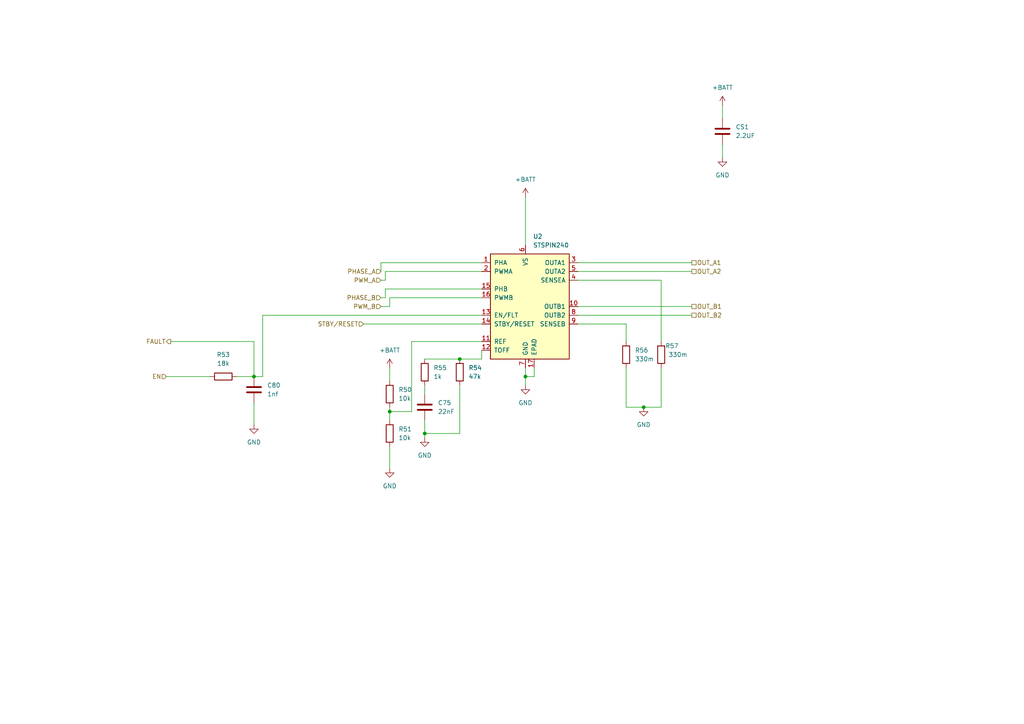
<source format=kicad_sch>
(kicad_sch (version 20230121) (generator eeschema)
  (paper "A4")
  (lib_symbols
    (symbol "Device:C" (pin_numbers hide) (pin_names (offset 0.254))
      (property "Reference" "C" (at 0.635 2.54 0))
      (property "Value" "C" (at 0.635 -2.54 0))
      (symbol "C_0_1"
        (polyline (pts (xy -2.032 -0.762) (xy 2.032 -0.762)) (stroke (width 0.508)))
        (polyline (pts (xy -2.032 0.762) (xy 2.032 0.762)) (stroke (width 0.508)))
      )
      (symbol "C_1_1"
        (pin passive line (at 0 3.81 270) (length 2.794) (name "~") (number "1"))
        (pin passive line (at 0 -3.81 90) (length 2.794) (name "~") (number "2"))
      )
    )
    (symbol "Device:R" (pin_numbers hide) (pin_names (offset 0))
      (property "Reference" "R" (at 2.032 0 90))
      (property "Value" "R" (at 0 0 90))
      (symbol "R_0_1"
        (rectangle (start -1.016 -2.54) (end 1.016 2.54) (stroke (width 0.254)))
      )
      (symbol "R_1_1"
        (pin passive line (at 0 3.81 270) (length 1.27) (name "~") (number "1"))
        (pin passive line (at 0 -3.81 90) (length 1.27) (name "~") (number "2"))
      )
    )
    (symbol "Driver_Motor:STSPIN240" (pin_names (offset 1.016))
      (property "Reference" "U" (at -10.16 16.51 0))
      (property "Value" "STSPIN240" (at 5.08 16.51 0))
      (symbol "STSPIN240_0_1"
        (rectangle (start -10.16 15.24) (end 12.7 -15.24) (stroke (width 0.254)) (fill (type background)))
      )
      (symbol "STSPIN240_1_1"
        (pin input line (at -12.7 12.7 0) (length 2.54) (name "PHA") (number "1"))
        (pin power_out line (at 15.24 0 180) (length 2.54) (name "OUTB1") (number "10"))
        (pin input line (at -12.7 -10.16 0) (length 2.54) (name "REF") (number "11"))
        (pin input line (at -12.7 -12.7 0) (length 2.54) (name "TOFF") (number "12"))
        (pin bidirectional line (at -12.7 -2.54 0) (length 2.54) (name "EN/FLT") (number "13"))
        (pin input line (at -12.7 -5.08 0) (length 2.54) (name "STBY/RESET") (number "14"))
        (pin input line (at -12.7 5.08 0) (length 2.54) (name "PHB") (number "15"))
        (pin input line (at -12.7 2.54 0) (length 2.54) (name "PWMB") (number "16"))
        (pin power_in line (at 2.54 -17.78 90) (length 2.54) (name "EPAD") (number "17"))
        (pin input line (at -12.7 10.16 0) (length 2.54) (name "PWMA") (number "2"))
        (pin power_out line (at 15.24 12.7 180) (length 2.54) (name "OUTA1") (number "3"))
        (pin power_out line (at 15.24 7.62 180) (length 2.54) (name "SENSEA") (number "4"))
        (pin power_out line (at 15.24 10.16 180) (length 2.54) (name "OUTA2") (number "5"))
        (pin power_in line (at 0 17.78 270) (length 2.54) (name "VS") (number "6"))
        (pin power_in line (at 0 -17.78 90) (length 2.54) (name "GND") (number "7"))
        (pin power_out line (at 15.24 -2.54 180) (length 2.54) (name "OUTB2") (number "8"))
        (pin power_out line (at 15.24 -5.08 180) (length 2.54) (name "SENSEB") (number "9"))
      )
    )
    (symbol "power:+BATT" (power) (pin_names (offset 0))
      (property "Value" "+BATT" (at 0 3.556 0))
      (symbol "+BATT_0_1"
        (polyline (pts (xy -0.762 1.27) (xy 0 2.54)))
        (polyline (pts (xy 0 0) (xy 0 2.54)))
        (polyline (pts (xy 0 2.54) (xy 0.762 1.27)))
      )
      (symbol "+BATT_1_1"
        (pin power_in line (at 0 0 90) (length 0) hide (name "+BATT") (number "1"))
      )
    )
    (symbol "power:GND" (power) (pin_names (offset 0))
      (property "Value" "GND" (at 0 -3.81 0))
      (symbol "GND_0_1"
        (polyline (pts (xy 0 0) (xy 0 -1.27) (xy 1.27 -1.27) (xy 0 -2.54) (xy -1.27 -1.27) (xy 0 -1.27)))
      )
      (symbol "GND_1_1"
        (pin power_in line (at 0 0 270) (length 0) hide (name "GND") (number "1"))
      )
    )
  )
  (junction (at 133.35 104.14))
  (junction (at 123.19 125.73))
  (junction (at 73.66 109.22))
  (junction (at 113.03 119.38))
  (junction (at 186.69 118.11))
  (junction (at 152.4 109.22))
  (wire (pts (xy 105.41 93.98) (xy 139.7 93.98)))
  (wire (pts (xy 152.4 109.22) (xy 152.4 111.76)))
  (wire (pts (xy 167.64 78.74) (xy 200.66 78.74)))
  (wire (pts (xy 167.64 76.2) (xy 200.66 76.2)))
  (wire (pts (xy 181.61 118.11) (xy 186.69 118.11)))
  (wire (pts (xy 154.94 109.22) (xy 152.4 109.22)))
  (wire (pts (xy 49.53 99.06) (xy 73.66 99.06)))
  (wire (pts (xy 123.19 104.14) (xy 133.35 104.14)))
  (wire (pts (xy 152.4 106.68) (xy 152.4 109.22)))
  (wire (pts (xy 119.38 119.38) (xy 113.03 119.38)))
  (wire (pts (xy 181.61 93.98) (xy 181.61 99.06)))
  (wire (pts (xy 152.4 57.15) (xy 152.4 71.12)))
  (wire (pts (xy 73.66 99.06) (xy 73.66 109.22)))
  (wire (pts (xy 191.77 81.28) (xy 191.77 99.06)))
  (wire (pts (xy 191.77 118.11) (xy 186.69 118.11)))
  (wire (pts (xy 209.55 30.48) (xy 209.55 34.29)))
  (wire (pts (xy 76.2 109.22) (xy 73.66 109.22)))
  (wire (pts (xy 110.49 81.28) (xy 111.76 81.28)))
  (wire (pts (xy 113.03 119.38) (xy 113.03 121.92)))
  (wire (pts (xy 123.19 121.92) (xy 123.19 125.73)))
  (wire (pts (xy 48.26 109.22) (xy 60.96 109.22)))
  (wire (pts (xy 133.35 125.73) (xy 133.35 111.76)))
  (wire (pts (xy 76.2 91.44) (xy 76.2 109.22)))
  (wire (pts (xy 139.7 99.06) (xy 119.38 99.06)))
  (wire (pts (xy 119.38 99.06) (xy 119.38 119.38)))
  (wire (pts (xy 139.7 76.2) (xy 110.49 76.2)))
  (wire (pts (xy 139.7 104.14) (xy 133.35 104.14)))
  (wire (pts (xy 139.7 78.74) (xy 111.76 78.74)))
  (wire (pts (xy 139.7 83.82) (xy 111.76 83.82)))
  (wire (pts (xy 123.19 111.76) (xy 123.19 114.3)))
  (wire (pts (xy 167.64 91.44) (xy 200.66 91.44)))
  (wire (pts (xy 139.7 91.44) (xy 76.2 91.44)))
  (wire (pts (xy 113.03 106.68) (xy 113.03 110.49)))
  (wire (pts (xy 154.94 106.68) (xy 154.94 109.22)))
  (wire (pts (xy 113.03 118.11) (xy 113.03 119.38)))
  (wire (pts (xy 123.19 125.73) (xy 123.19 127)))
  (wire (pts (xy 110.49 76.2) (xy 110.49 78.74)))
  (wire (pts (xy 123.19 125.73) (xy 133.35 125.73)))
  (wire (pts (xy 113.03 86.36) (xy 113.03 88.9)))
  (wire (pts (xy 167.64 81.28) (xy 191.77 81.28)))
  (wire (pts (xy 139.7 101.6) (xy 139.7 104.14)))
  (wire (pts (xy 73.66 116.84) (xy 73.66 123.19)))
  (wire (pts (xy 113.03 88.9) (xy 110.49 88.9)))
  (wire (pts (xy 167.64 88.9) (xy 200.66 88.9)))
  (wire (pts (xy 181.61 106.68) (xy 181.61 118.11)))
  (wire (pts (xy 111.76 78.74) (xy 111.76 81.28)))
  (wire (pts (xy 139.7 86.36) (xy 113.03 86.36)))
  (wire (pts (xy 113.03 129.54) (xy 113.03 135.89)))
  (wire (pts (xy 68.58 109.22) (xy 73.66 109.22)))
  (wire (pts (xy 167.64 93.98) (xy 181.61 93.98)))
  (wire (pts (xy 191.77 106.68) (xy 191.77 118.11)))
  (wire (pts (xy 209.55 41.91) (xy 209.55 45.72)))
  (wire (pts (xy 111.76 83.82) (xy 111.76 86.36)))
  (wire (pts (xy 110.49 86.36) (xy 111.76 86.36)))
  (hierarchical_label "PHASE_A" (shape input) (at 110.49 78.74 180))
  (hierarchical_label "OUT_A2" (shape passive) (at 200.66 78.74 0))
  (hierarchical_label "PWM_A" (shape input) (at 110.49 81.28 180))
  (hierarchical_label "FAULT" (shape output) (at 49.53 99.06 180))
  (hierarchical_label "PHASE_B" (shape input) (at 110.49 86.36 180))
  (hierarchical_label "PWM_B" (shape input) (at 110.49 88.9 180))
  (hierarchical_label "OUT_B2" (shape passive) (at 200.66 91.44 0))
  (hierarchical_label "OUT_A1" (shape passive) (at 200.66 76.2 0))
  (hierarchical_label "OUT_B1" (shape passive) (at 200.66 88.9 0))
  (hierarchical_label "STBY{slash}RESET" (shape input) (at 105.41 93.98 180))
  (hierarchical_label "EN" (shape input) (at 48.26 109.22 180))
  (symbol (lib_id "Device:R") (at 113.03 114.3 180) (unit 1)
    (property "Reference" "R50" (at 115.57 113.03 0) (effects (justify right)))
    (property "Value" "10k" (at 115.57 115.57 0) (effects (justify right)))
    (property "Footprint" "Resistor_SMD:R_0603_1608Metric" (effects hide))
  )
  (symbol (lib_id "Device:R") (at 191.77 102.87 180) (unit 1)
    (property "Reference" "R57" (at 196.85 100.33 0) (effects (justify left)))
    (property "Value" "330m" (at 199.39 102.87 0) (effects (justify left)))
    (property "Footprint" "Resistor_SMD:R_2512_6332Metric" (effects hide))
  )
  (symbol (lib_id "power:GND") (at 73.66 123.19 0) (unit 1)
    (property "Reference" "#PWR016" (effects hide))
    (property "Value" "GND" (at 73.66 128.27 0))
  )
  (symbol (lib_id "power:GND") (at 123.19 127 0) (unit 1)
    (property "Reference" "#PWR013" (effects hide))
    (property "Value" "GND" (at 123.19 132.08 0))
  )
  (symbol (lib_id "Device:R") (at 181.61 102.87 0) (unit 1)
    (property "Reference" "R56" (at 184.15 101.6 0) (effects (justify left)))
    (property "Value" "330m" (at 184.15 104.14 0) (effects (justify left)))
    (property "Footprint" "Resistor_SMD:R_2512_6332Metric" (effects hide))
  )
  (symbol (lib_id "Device:C") (at 73.66 113.03 0) (unit 1)
    (property "Reference" "C80" (at 77.47 111.76 0) (effects (justify left)))
    (property "Value" "1nf" (at 77.47 114.3 0) (effects (justify left)))
    (property "Footprint" "Capacitor_SMD:C_0603_1608Metric" (effects hide))
  )
  (symbol (lib_id "power:GND") (at 113.03 135.89 0) (unit 1)
    (property "Reference" "#PWR014" (effects hide))
    (property "Value" "GND" (at 113.03 140.97 0))
  )
  (symbol (lib_id "Device:C") (at 209.55 38.1 0) (unit 1)
    (property "Reference" "CS1" (at 213.36 36.83 0) (effects (justify left)))
    (property "Value" "2.2UF" (at 213.36 39.37 0) (effects (justify left)))
    (property "Footprint" "Capacitor_SMD:C_0603_1608Metric" (effects hide))
  )
  (symbol (lib_id "power:GND") (at 186.69 118.11 0) (unit 1)
    (property "Reference" "#PWR08" (effects hide))
    (property "Value" "GND" (at 186.69 123.19 0))
  )
  (symbol (lib_id "power:+BATT") (at 152.4 57.15 0) (unit 1)
    (property "Reference" "#PWR025" (effects hide))
    (property "Value" "+BATT" (at 152.4 52.07 0))
  )
  (symbol (lib_id "Device:R") (at 64.77 109.22 90) (unit 1)
    (property "Reference" "R53" (at 64.77 102.87 90))
    (property "Value" "18k" (at 64.77 105.41 90))
    (property "Footprint" "Resistor_SMD:R_0603_1608Metric" (effects hide))
  )
  (symbol (lib_id "power:+BATT") (at 209.55 30.48 0) (unit 1)
    (property "Reference" "#PWR034" (effects hide))
    (property "Value" "+BATT" (at 209.55 25.4 0))
  )
  (symbol (lib_id "power:+BATT") (at 113.03 106.68 0) (unit 1)
    (property "Reference" "#PWR017" (effects hide))
    (property "Value" "+BATT" (at 113.03 101.6 0))
  )
  (symbol (lib_id "Device:R") (at 133.35 107.95 0) (unit 1)
    (property "Reference" "R54" (at 135.89 106.68 0) (effects (justify left)))
    (property "Value" "47k" (at 135.89 109.22 0) (effects (justify left)))
    (property "Footprint" "Resistor_SMD:R_0603_1608Metric" (effects hide))
  )
  (symbol (lib_id "Driver_Motor:STSPIN240") (at 152.4 88.9 0) (unit 1)
    (property "Reference" "U2" (at 154.5941 68.58 0) (effects (justify left)))
    (property "Value" "STSPIN240" (at 154.5941 71.12 0) (effects (justify left)))
    (property "Footprint" "Package_DFN_QFN:VQFN-16-1EP_3x3mm_P0.5mm_EP1.8x1.8mm" (effects hide))
    (property "Datasheet" "www.st.com/resource/en/datasheet/stspin240.pdf" (effects hide))
  )
  (symbol (lib_id "Device:R") (at 123.19 107.95 0) (unit 1)
    (property "Reference" "R55" (at 125.73 106.68 0) (effects (justify left)))
    (property "Value" "1k" (at 125.73 109.22 0) (effects (justify left)))
    (property "Footprint" "Resistor_SMD:R_0603_1608Metric" (effects hide))
  )
  (symbol (lib_id "power:GND") (at 209.55 45.72 0) (unit 1)
    (property "Reference" "#PWR09" (effects hide))
    (property "Value" "GND" (at 209.55 50.8 0))
  )
  (symbol (lib_id "Device:R") (at 113.03 125.73 180) (unit 1)
    (property "Reference" "R51" (at 115.57 124.46 0) (effects (justify right)))
    (property "Value" "10k" (at 115.57 127 0) (effects (justify right)))
    (property "Footprint" "Resistor_SMD:R_0603_1608Metric" (effects hide))
  )
  (symbol (lib_id "power:GND") (at 152.4 111.76 0) (unit 1)
    (property "Reference" "#PWR012" (effects hide))
    (property "Value" "GND" (at 152.4 116.84 0))
  )
  (symbol (lib_id "Device:C") (at 123.19 118.11 0) (unit 1)
    (property "Reference" "C75" (at 127 116.84 0) (effects (justify left)))
    (property "Value" "22nF" (at 127 119.38 0) (effects (justify left)))
    (property "Footprint" "Capacitor_SMD:C_0603_1608Metric" (effects hide))
  )
)
</source>
